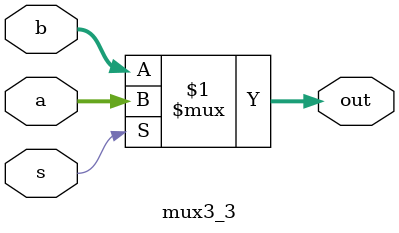
<source format=sv>
module mux3_3(input s, input [2:0] a, input [2:0] b, output [2:0] out);
  assign out = s ? a : b;
endmodule

</source>
